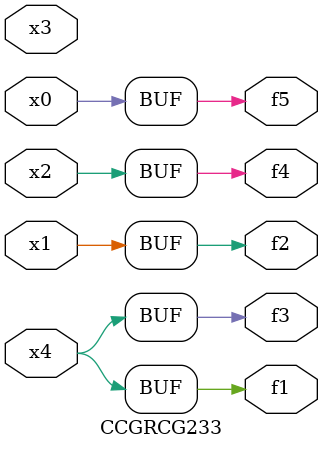
<source format=v>
module CCGRCG233(
	input x0, x1, x2, x3, x4,
	output f1, f2, f3, f4, f5
);
	assign f1 = x4;
	assign f2 = x1;
	assign f3 = x4;
	assign f4 = x2;
	assign f5 = x0;
endmodule

</source>
